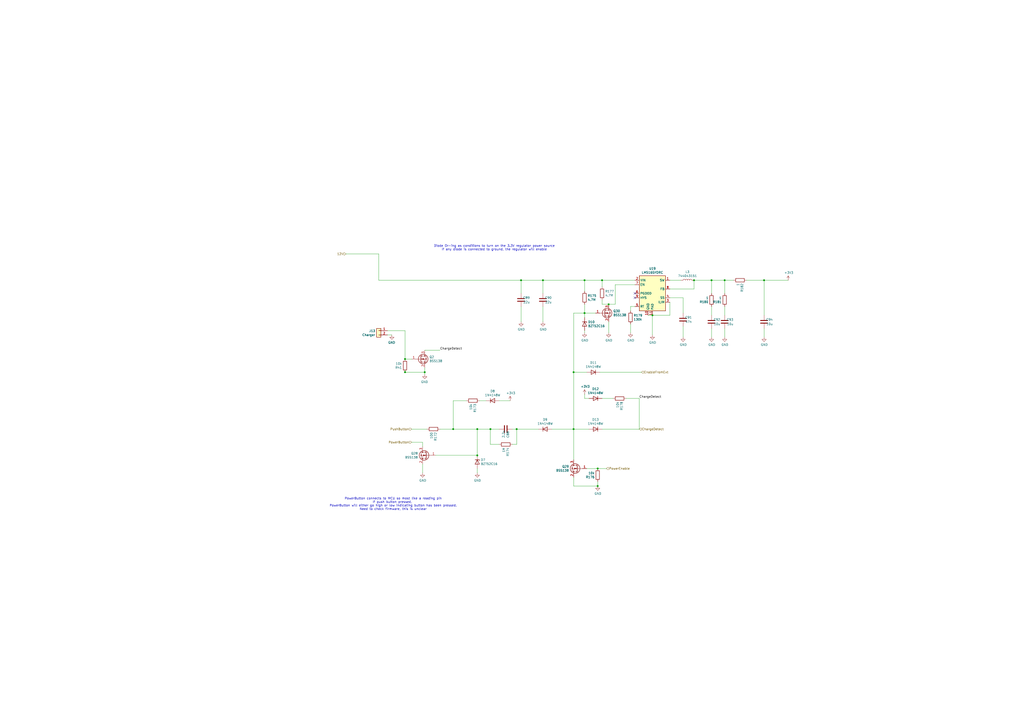
<source format=kicad_sch>
(kicad_sch (version 20250114) (generator "eeschema") (generator_version "9.0")
  (paper "A2")
  (lib_symbols
    (symbol "BMS-Master-rescue:C-Device-BMS-Master-rescue" (pin_numbers (hide yes)) (pin_names (offset 0.254))
      (property "Reference" "C" (at 0.635 2.54 0))
      (property "Value" "C-Device-BMS-Master-rescue" (at 0.635 -2.54 0))
      (symbol "C-Device-BMS-Master-rescue_0_1"
        (polyline (pts (xy -2.032 0.762) (xy 2.032 0.762)) (stroke (width 0.508)))
        (polyline (pts (xy -2.032 -0.762) (xy 2.032 -0.762)) (stroke (width 0.508)))
      )
      (symbol "C-Device-BMS-Master-rescue_1_1"
        (pin passive line (at 0 3.81 270) (length 2.794) (name "~") (number "1"))
        (pin passive line (at 0 -3.81 90) (length 2.794) (name "~") (number "2"))
      )
    )
    (symbol "BMS-Master-rescue:Conn_01x02-Connector_Generic-BMS-Master-rescue" (pin_names (offset 1.016) (hide yes))
      (property "Reference" "J" (at 0 2.54 0))
      (property "Value" "Conn_01x02-Connector_Generic-BMS-Master-rescue" (at 0 -5.08 0))
      (symbol "Conn_01x02-Connector_Generic-BMS-Master-rescue_1_1"
        (rectangle (start -1.27 1.27) (end 1.27 -3.81) (stroke (width 0.254)) (fill (type background)))
        (rectangle (start -1.27 0.127) (end 0 -0.127) (stroke (width 0.1524)))
        (rectangle (start -1.27 -2.413) (end 0 -2.667) (stroke (width 0.1524)))
        (pin passive line (at -5.08 0 0) (length 3.81) (name "Pin_1") (number "1"))
        (pin passive line (at -5.08 -2.54 0) (length 3.81) (name "Pin_2") (number "2"))
      )
    )
    (symbol "BMS-Master-rescue:GND-power-BMS-Master-rescue" (power) (pin_names (offset 0))
      (property "Value" "GND-power-BMS-Master-rescue" (at 0 -3.81 0))
      (symbol "GND-power-BMS-Master-rescue_0_1"
        (polyline (pts (xy 0 0) (xy 0 -1.27) (xy 1.27 -1.27) (xy 0 -2.54) (xy -1.27 -1.27) (xy 0 -1.27)))
      )
      (symbol "GND-power-BMS-Master-rescue_1_1"
        (pin power_in line (at 0 0 270) (length 0) (hide yes) (name "GND") (number "1"))
      )
    )
    (symbol "BMS-Master-rescue:R-Device-BMS-Master-rescue" (pin_numbers (hide yes)) (pin_names (offset 0))
      (property "Reference" "R" (at 2.032 0 90))
      (property "Value" "R-Device-BMS-Master-rescue" (at 0 0 90))
      (symbol "R-Device-BMS-Master-rescue_0_1"
        (rectangle (start -1.016 -2.54) (end 1.016 2.54) (stroke (width 0.254)))
      )
      (symbol "R-Device-BMS-Master-rescue_1_1"
        (pin passive line (at 0 3.81 270) (length 1.27) (name "~") (number "1"))
        (pin passive line (at 0 -3.81 90) (length 1.27) (name "~") (number "2"))
      )
    )
    (symbol "Device:L" (pin_numbers (hide yes)) (pin_names (offset 1.016) (hide yes))
      (property "Reference" "L" (at -1.27 0 90))
      (property "Value" "L" (at 1.905 0 90))
      (symbol "L_0_1"
        (arc (start 0 2.54) (mid 0.6323 1.905) (end 0 1.27))
        (arc (start 0 1.27) (mid 0.6323 0.635) (end 0 0))
        (arc (start 0 0) (mid 0.6323 -0.635) (end 0 -1.27))
        (arc (start 0 -1.27) (mid 0.6323 -1.905) (end 0 -2.54))
      )
      (symbol "L_1_1"
        (pin passive line (at 0 3.81 270) (length 1.27) (name "1") (number "1"))
        (pin passive line (at 0 -3.81 90) (length 1.27) (name "2") (number "2"))
      )
    )
    (symbol "Diode:1N4148W" (pin_numbers (hide yes)) (pin_names (hide yes))
      (property "Reference" "D" (at 0 2.54 0))
      (property "Value" "1N4148W" (at 0 -2.54 0))
      (symbol "1N4148W_0_1"
        (polyline (pts (xy -1.27 1.27) (xy -1.27 -1.27)) (stroke (width 0.254)))
        (polyline (pts (xy 1.27 1.27) (xy 1.27 -1.27) (xy -1.27 0) (xy 1.27 1.27)) (stroke (width 0.254)))
        (polyline (pts (xy 1.27 0) (xy -1.27 0)))
      )
      (symbol "1N4148W_1_1"
        (pin passive line (at -3.81 0 0) (length 2.54) (name "K") (number "1"))
        (pin passive line (at 3.81 0 180) (length 2.54) (name "A") (number "2"))
      )
    )
    (symbol "Diode:BZT52Bxx" (pin_numbers (hide yes)) (pin_names (hide yes))
      (property "Reference" "D" (at 0 2.54 0))
      (property "Value" "BZT52Bxx" (at 0 -2.54 0))
      (symbol "BZT52Bxx_0_1"
        (polyline (pts (xy -1.27 -1.27) (xy -1.27 1.27) (xy -0.762 1.27)) (stroke (width 0.254)))
        (polyline (pts (xy 1.27 0) (xy -1.27 0)))
        (polyline (pts (xy 1.27 -1.27) (xy 1.27 1.27) (xy -1.27 0) (xy 1.27 -1.27)) (stroke (width 0.254)))
      )
      (symbol "BZT52Bxx_1_1"
        (pin passive line (at -3.81 0 0) (length 2.54) (name "K") (number "1"))
        (pin passive line (at 3.81 0 180) (length 2.54) (name "A") (number "2"))
      )
    )
    (symbol "Regulator_Switching:LM5165"
      (property "Reference" "U" (at -7.62 11.43 0))
      (property "Value" "LM5165" (at 7.62 11.43 0))
      (symbol "LM5165_0_1"
        (rectangle (start -7.62 10.16) (end 7.62 -10.16) (stroke (width 0.254)) (fill (type background)))
      )
      (symbol "LM5165_1_1"
        (pin power_in line (at -10.16 7.62 0) (length 2.54) (name "VIN") (number "2"))
        (pin input line (at -10.16 5.08 0) (length 2.54) (name "EN") (number "7"))
        (pin output line (at -10.16 0 0) (length 2.54) (name "PGOOD") (number "6"))
        (pin output line (at -10.16 -2.54 0) (length 2.54) (name "HYS") (number "9"))
        (pin input line (at -10.16 -7.62 0) (length 2.54) (name "RT") (number "5"))
        (pin power_in line (at -2.54 -12.7 90) (length 2.54) (name "GND") (number "10"))
        (pin power_in line (at 0 -12.7 90) (length 2.54) (name "PAD") (number "11"))
        (pin power_out line (at 10.16 7.62 180) (length 2.54) (name "SW") (number "1"))
        (pin input line (at 10.16 2.54 180) (length 2.54) (name "FB") (number "8"))
        (pin input line (at 10.16 -2.54 180) (length 2.54) (name "SS") (number "4"))
        (pin input line (at 10.16 -5.08 180) (length 2.54) (name "ILIM") (number "3"))
      )
    )
    (symbol "Transistor_FET:BSS138" (pin_names (offset 0) (hide yes))
      (property "Reference" "Q" (at 5.08 1.905 0))
      (property "Value" "BSS138" (at 5.08 0 0))
      (symbol "BSS138_0_1"
        (polyline (pts (xy 0.254 1.905) (xy 0.254 -1.905)) (stroke (width 0.254)))
        (polyline (pts (xy 0.254 0) (xy -2.54 0)))
        (polyline (pts (xy 0.762 2.286) (xy 0.762 1.27)) (stroke (width 0.254)))
        (polyline (pts (xy 0.762 0.508) (xy 0.762 -0.508)) (stroke (width 0.254)))
        (polyline (pts (xy 0.762 -1.27) (xy 0.762 -2.286)) (stroke (width 0.254)))
        (polyline (pts (xy 0.762 -1.778) (xy 3.302 -1.778) (xy 3.302 1.778) (xy 0.762 1.778)))
        (polyline (pts (xy 1.016 0) (xy 2.032 0.381) (xy 2.032 -0.381) (xy 1.016 0)) (fill (type outline)))
        (circle (center 1.651 0) (radius 2.794) (stroke (width 0.254)))
        (polyline (pts (xy 2.54 2.54) (xy 2.54 1.778)))
        (circle (center 2.54 1.778) (radius 0.254) (fill (type outline)))
        (circle (center 2.54 -1.778) (radius 0.254) (fill (type outline)))
        (polyline (pts (xy 2.54 -2.54) (xy 2.54 0) (xy 0.762 0)))
        (polyline (pts (xy 2.921 0.381) (xy 3.683 0.381)))
        (polyline (pts (xy 3.302 0.381) (xy 2.921 -0.254) (xy 3.683 -0.254) (xy 3.302 0.381)))
      )
      (symbol "BSS138_1_1"
        (pin input line (at -5.08 0 0) (length 2.54) (name "G") (number "1"))
        (pin passive line (at 2.54 5.08 270) (length 2.54) (name "D") (number "3"))
        (pin passive line (at 2.54 -5.08 90) (length 2.54) (name "S") (number "2"))
      )
    )
    (symbol "power:+3V3" (power) (pin_numbers (hide yes)) (pin_names (offset 0) (hide yes))
      (property "Value" "+3V3" (at 0 3.556 0))
      (symbol "+3V3_0_1"
        (polyline (pts (xy -0.762 1.27) (xy 0 2.54)))
        (polyline (pts (xy 0 2.54) (xy 0.762 1.27)))
        (polyline (pts (xy 0 0) (xy 0 2.54)))
      )
      (symbol "+3V3_1_1"
        (pin power_in line (at 0 0 90) (length 0) (name "~") (number "1"))
      )
    )
  )
  (text "Diode Or-ing as conditions to turn on the 3.3V regulator power source\nIf any diode is connected to ground, the regulator will enable" (at 286.766 143.764 0) (effects (font (size 1.27 1.27))))
  (text "PowerButton connects to MCU so most like a reading pin\nIf push button pressed, \nPowerButton will either go high or low indicating button has been pressed.\nNeed to check firmware, this is unclear" (at 228.092 292.354 0) (effects (font (size 1.27 1.27))))
  (junction (at 276.86 248.92))
  (junction (at 276.86 264.16))
  (junction (at 332.74 248.92))
  (junction (at 346.71 271.78))
  (junction (at 234.95 215.9))
  (junction (at 378.46 182.88))
  (junction (at 339.09 181.61))
  (junction (at 302.26 162.56))
  (junction (at 443.23 162.56))
  (junction (at 349.25 162.56))
  (junction (at 339.09 162.56))
  (junction (at 262.89 248.92))
  (junction (at 246.38 215.9))
  (junction (at 332.74 215.9))
  (junction (at 234.95 208.28))
  (junction (at 346.71 281.94))
  (junction (at 412.75 162.56))
  (junction (at 299.72 248.92))
  (junction (at 402.59 162.56))
  (junction (at 353.06 176.53))
  (junction (at 314.96 162.56))
  (junction (at 284.48 248.92))
  (junction (at 420.37 162.56))
  (no_connect (at 368.3 172.72))
  (no_connect (at 368.3 170.18))
  (wire (pts (xy 234.95 208.28) (xy 238.76 208.28)))
  (wire (pts (xy 349.25 176.53) (xy 353.06 176.53)))
  (wire (pts (xy 396.24 172.72) (xy 388.62 172.72)))
  (wire (pts (xy 302.26 177.8) (xy 302.26 186.69)))
  (wire (pts (xy 289.56 232.41) (xy 295.91 232.41)))
  (wire (pts (xy 365.76 177.8) (xy 368.3 177.8)))
  (wire (pts (xy 378.46 182.88) (xy 375.92 182.88)))
  (wire (pts (xy 224.79 194.31) (xy 227.33 194.31)))
  (wire (pts (xy 433.07 162.56) (xy 443.23 162.56)))
  (wire (pts (xy 339.09 191.77) (xy 339.09 193.04)))
  (wire (pts (xy 332.74 248.92) (xy 332.74 215.9)))
  (wire (pts (xy 339.09 181.61) (xy 339.09 184.15)))
  (wire (pts (xy 332.74 181.61) (xy 332.74 215.9)))
  (wire (pts (xy 246.38 213.36) (xy 246.38 215.9)))
  (wire (pts (xy 255.27 248.92) (xy 262.89 248.92)))
  (wire (pts (xy 289.56 257.81) (xy 284.48 257.81)))
  (wire (pts (xy 332.74 276.86) (xy 332.74 281.94)))
  (wire (pts (xy 412.75 170.18) (xy 412.75 162.56)))
  (wire (pts (xy 245.11 256.54) (xy 245.11 259.08)))
  (wire (pts (xy 443.23 162.56) (xy 457.2 162.56)))
  (wire (pts (xy 262.89 248.92) (xy 276.86 248.92)))
  (wire (pts (xy 402.59 162.56) (xy 412.75 162.56)))
  (wire (pts (xy 332.74 215.9) (xy 340.36 215.9)))
  (wire (pts (xy 234.95 215.9) (xy 246.38 215.9)))
  (wire (pts (xy 339.09 181.61) (xy 339.09 176.53)))
  (wire (pts (xy 224.79 191.77) (xy 234.95 191.77)))
  (wire (pts (xy 420.37 177.8) (xy 420.37 182.88)))
  (wire (pts (xy 252.73 264.16) (xy 276.86 264.16)))
  (wire (pts (xy 443.23 190.5) (xy 443.23 195.58)))
  (wire (pts (xy 378.46 182.88) (xy 378.46 194.31)))
  (wire (pts (xy 420.37 162.56) (xy 425.45 162.56)))
  (wire (pts (xy 314.96 162.56) (xy 339.09 162.56)))
  (wire (pts (xy 262.89 232.41) (xy 262.89 248.92)))
  (wire (pts (xy 284.48 257.81) (xy 284.48 248.92)))
  (wire (pts (xy 347.98 215.9) (xy 372.11 215.9)))
  (wire (pts (xy 245.11 269.24) (xy 245.11 274.32)))
  (wire (pts (xy 339.09 162.56) (xy 349.25 162.56)))
  (wire (pts (xy 219.71 162.56) (xy 302.26 162.56)))
  (wire (pts (xy 200.66 147.32) (xy 219.71 147.32)))
  (wire (pts (xy 246.38 203.2) (xy 255.27 203.2)))
  (wire (pts (xy 276.86 271.78) (xy 276.86 274.32)))
  (wire (pts (xy 388.62 162.56) (xy 394.97 162.56)))
  (wire (pts (xy 402.59 167.64) (xy 402.59 162.56)))
  (wire (pts (xy 238.76 248.92) (xy 247.65 248.92)))
  (wire (pts (xy 396.24 189.23) (xy 396.24 195.58)))
  (wire (pts (xy 341.63 248.92) (xy 332.74 248.92)))
  (wire (pts (xy 234.95 214.63) (xy 234.95 215.9)))
  (wire (pts (xy 353.06 176.53) (xy 356.87 176.53)))
  (wire (pts (xy 412.75 162.56) (xy 420.37 162.56)))
  (wire (pts (xy 349.25 166.37) (xy 349.25 162.56)))
  (wire (pts (xy 370.84 231.14) (xy 363.22 231.14)))
  (wire (pts (xy 332.74 281.94) (xy 346.71 281.94)))
  (wire (pts (xy 388.62 167.64) (xy 402.59 167.64)))
  (wire (pts (xy 353.06 186.69) (xy 353.06 193.04)))
  (wire (pts (xy 349.25 162.56) (xy 368.3 162.56)))
  (wire (pts (xy 278.13 232.41) (xy 281.94 232.41)))
  (wire (pts (xy 284.48 248.92) (xy 289.56 248.92)))
  (wire (pts (xy 339.09 181.61) (xy 332.74 181.61)))
  (wire (pts (xy 276.86 264.16) (xy 276.86 248.92)))
  (wire (pts (xy 340.36 271.78) (xy 346.71 271.78)))
  (wire (pts (xy 349.25 173.99) (xy 349.25 176.53)))
  (wire (pts (xy 365.76 187.96) (xy 365.76 193.04)))
  (wire (pts (xy 388.62 175.26) (xy 388.62 182.88)))
  (wire (pts (xy 299.72 248.92) (xy 297.18 248.92)))
  (wire (pts (xy 420.37 162.56) (xy 420.37 170.18)))
  (wire (pts (xy 314.96 177.8) (xy 314.96 186.69)))
  (wire (pts (xy 346.71 271.78) (xy 351.79 271.78)))
  (wire (pts (xy 349.25 231.14) (xy 355.6 231.14)))
  (wire (pts (xy 219.71 147.32) (xy 219.71 162.56)))
  (wire (pts (xy 299.72 257.81) (xy 299.72 248.92)))
  (wire (pts (xy 234.95 191.77) (xy 234.95 208.28)))
  (wire (pts (xy 339.09 168.91) (xy 339.09 162.56)))
  (wire (pts (xy 339.09 228.6) (xy 339.09 231.14)))
  (wire (pts (xy 443.23 162.56) (xy 443.23 182.88)))
  (wire (pts (xy 356.87 176.53) (xy 356.87 165.1)))
  (wire (pts (xy 365.76 180.34) (xy 365.76 177.8)))
  (wire (pts (xy 302.26 170.18) (xy 302.26 162.56)))
  (wire (pts (xy 238.76 256.54) (xy 245.11 256.54)))
  (wire (pts (xy 302.26 162.56) (xy 314.96 162.56)))
  (wire (pts (xy 356.87 165.1) (xy 368.3 165.1)))
  (wire (pts (xy 320.04 248.92) (xy 332.74 248.92)))
  (wire (pts (xy 246.38 215.9) (xy 246.38 217.17)))
  (wire (pts (xy 346.71 279.4) (xy 346.71 281.94)))
  (wire (pts (xy 297.18 257.81) (xy 299.72 257.81)))
  (wire (pts (xy 299.72 248.92) (xy 312.42 248.92)))
  (wire (pts (xy 332.74 266.7) (xy 332.74 248.92)))
  (wire (pts (xy 314.96 170.18) (xy 314.96 162.56)))
  (wire (pts (xy 396.24 172.72) (xy 396.24 181.61)))
  (wire (pts (xy 388.62 182.88) (xy 378.46 182.88)))
  (wire (pts (xy 262.89 232.41) (xy 270.51 232.41)))
  (wire (pts (xy 420.37 190.5) (xy 420.37 195.58)))
  (wire (pts (xy 349.25 248.92) (xy 370.84 248.92)))
  (wire (pts (xy 412.75 182.88) (xy 412.75 177.8)))
  (wire (pts (xy 345.44 181.61) (xy 339.09 181.61)))
  (wire (pts (xy 276.86 248.92) (xy 284.48 248.92)))
  (wire (pts (xy 412.75 190.5) (xy 412.75 195.58)))
  (wire (pts (xy 339.09 231.14) (xy 341.63 231.14)))
  (wire (pts (xy 370.84 248.92) (xy 370.84 231.14)))
  (label "ChargeDetect" (at 370.84 231.14 0))
  (label "ChargeDetect" (at 255.27 203.2 0))
  (hierarchical_label "ChargeDetect" (shape input) (at 370.84 248.92 0))
  (hierarchical_label "PowerEnable" (shape input) (at 351.79 271.78 0))
  (hierarchical_label "PowerButton" (shape input) (at 238.76 256.54 180))
  (hierarchical_label "12V" (shape input) (at 200.66 147.32 180))
  (hierarchical_label "PushButton" (shape input) (at 238.76 248.92 180))
  (hierarchical_label "EnableFromExt" (shape input) (at 372.11 215.9 0))
  (symbol (lib_id "Diode:1N4148W") (at 344.17 215.9 180) (unit 1)
    (property "Reference" "D11" (at 344.17 210.3882 0))
    (property "Value" "1N4148W" (at 344.17 212.6996 0))
    (property "Footprint" "Diode_SMD:D_SOD-123" (effects (hide yes)))
    (property "Datasheet" "https://www.vishay.com/docs/85748/1n4148w.pdf" (effects (hide yes)))
    (property "MPN" "1N4148W-7-F" (effects (hide yes)))
  )
  (symbol (lib_id "Diode:1N4148W") (at 345.44 231.14 180) (unit 1)
    (property "Reference" "D12" (at 345.44 225.6282 0))
    (property "Value" "1N4148W" (at 345.44 227.9396 0))
    (property "Footprint" "Diode_SMD:D_SOD-123" (effects (hide yes)))
    (property "Datasheet" "https://www.vishay.com/docs/85748/1n4148w.pdf" (effects (hide yes)))
    (property "MPN" "1N4148W-7-F" (effects (hide yes)))
  )
  (symbol (lib_id "Diode:1N4148W") (at 345.44 248.92 180) (unit 1)
    (property "Reference" "D13" (at 345.44 243.4082 0))
    (property "Value" "1N4148W" (at 345.44 245.7196 0))
    (property "Footprint" "Diode_SMD:D_SOD-123" (effects (hide yes)))
    (property "Datasheet" "https://www.vishay.com/docs/85748/1n4148w.pdf" (effects (hide yes)))
    (property "MPN" "1N4148W-7-F" (effects (hide yes)))
  )
  (symbol (lib_id "Diode:1N4148W") (at 316.23 248.92 0) (unit 1)
    (property "Reference" "D9" (at 316.23 243.4082 0))
    (property "Value" "1N4148W" (at 316.23 245.7196 0))
    (property "Footprint" "Diode_SMD:D_SOD-123" (effects (hide yes)))
    (property "Datasheet" "https://www.vishay.com/docs/85748/1n4148w.pdf" (effects (hide yes)))
    (property "MPN" "1N4148W-7-F" (effects (hide yes)))
  )
  (symbol (lib_id "Diode:1N4148W") (at 285.75 232.41 0) (unit 1)
    (property "Reference" "D8" (at 285.75 226.8982 0))
    (property "Value" "1N4148W" (at 285.75 229.2096 0))
    (property "Footprint" "Diode_SMD:D_SOD-123" (effects (hide yes)))
    (property "Datasheet" "https://www.vishay.com/docs/85748/1n4148w.pdf" (effects (hide yes)))
    (property "MPN" "1N4148W-7-F" (effects (hide yes)))
  )
  (symbol (lib_id "Diode:BZT52Bxx") (at 276.86 267.97 270) (unit 1)
    (property "Reference" "D7" (at 278.8666 266.8016 90) (effects (justify left)))
    (property "Value" "BZT52C16" (at 278.8666 269.113 90) (effects (justify left)))
    (property "Footprint" "Diode_SMD:D_SOD-123" (effects (hide yes)))
    (property "Datasheet" "https://diotec.com/tl_files/diotec/files/pdf/datasheets/bzt52b2v4.pdf" (effects (hide yes)))
    (property "MPN" "BZT52C16-E3-08" (effects (hide yes)))
  )
  (symbol (lib_id "Diode:BZT52Bxx") (at 339.09 187.96 270) (unit 1)
    (property "Reference" "D10" (at 341.0966 186.7916 90) (effects (justify left)))
    (property "Value" "BZT52C16" (at 341.0966 189.103 90) (effects (justify left)))
    (property "Footprint" "Diode_SMD:D_SOD-123" (effects (hide yes)))
    (property "Datasheet" "https://diotec.com/tl_files/diotec/files/pdf/datasheets/bzt52b2v4.pdf" (effects (hide yes)))
    (property "MPN" "BZT52C16-E3-08" (effects (hide yes)))
  )
  (symbol (lib_id "Regulator_Switching:LM5165") (at 378.46 170.18 0) (unit 1)
    (property "Reference" "U19" (at 378.46 155.7782 0))
    (property "Value" "LM5165YDRC" (at 378.46 158.0896 0))
    (property "Footprint" "Package_SON:Texas_S-PVSON-N10_ThermalVias" (effects (hide yes)))
    (property "Datasheet" "http://www.ti.com/lit/ds/symlink/lm5165.pdf" (effects (hide yes)))
    (property "MPN" "LM5165YDRCT" (effects (hide yes)))
  )
  (symbol (lib_id "BMS-Master-rescue:C-Device-BMS-Master-rescue") (at 314.96 173.99 180) (unit 1)
    (property "Reference" "C90" (at 320.04 172.72 0) (effects (justify left)))
    (property "Value" "22u" (at 320.04 175.26 0) (effects (justify left)))
    (property "Footprint" "Capacitor_SMD:C_0805_2012Metric" (effects (hide yes)))
    (property "MPN" "CL21A226MOQNNNE" (effects (hide yes)))
  )
  (symbol (lib_id "BMS-Master-rescue:C-Device-BMS-Master-rescue") (at 302.26 173.99 180) (unit 1)
    (property "Reference" "C89" (at 307.34 172.72 0) (effects (justify left)))
    (property "Value" "22u" (at 307.34 175.26 0) (effects (justify left)))
    (property "Footprint" "Capacitor_SMD:C_0805_2012Metric" (effects (hide yes)))
    (property "MPN" "CL21A226MOQNNNE" (effects (hide yes)))
  )
  (symbol (lib_id "BMS-Master-rescue:GND-power-BMS-Master-rescue") (at 302.26 186.69 0) (unit 1)
    (property "Reference" "#PWR0251" (effects (hide yes)))
    (property "Value" "GND" (at 302.387 191.0842 0))
  )
  (symbol (lib_id "BMS-Master-rescue:GND-power-BMS-Master-rescue") (at 314.96 186.69 0) (unit 1)
    (property "Reference" "#PWR0252" (effects (hide yes)))
    (property "Value" "GND" (at 315.087 191.0842 0))
  )
  (symbol (lib_id "BMS-Master-rescue:R-Device-BMS-Master-rescue") (at 339.09 172.72 180) (unit 1)
    (property "Reference" "R175" (at 340.868 171.5516 0) (effects (justify right)))
    (property "Value" "4.7M" (at 340.868 173.863 0) (effects (justify right)))
    (property "Footprint" "Resistor_SMD:R_0603_1608Metric" (effects (hide yes)))
    (property "MPN" "RC0603FR-074M7L" (effects (hide yes)))
  )
  (symbol (lib_id "BMS-Master-rescue:R-Device-BMS-Master-rescue") (at 349.25 170.18 180) (unit 1)
    (property "Reference" "R177" (at 351.028 169.0116 0) (effects (justify right)))
    (property "Value" "4.7M" (at 351.028 171.323 0) (effects (justify right)))
    (property "Footprint" "Resistor_SMD:R_0603_1608Metric" (effects (hide yes)))
    (property "MPN" "RC0603FR-074M7L" (effects (hide yes)))
  )
  (symbol (lib_id "Transistor_FET:BSS138") (at 350.52 181.61 0) (unit 1)
    (property "Reference" "Q30" (at 355.7524 180.4416 0) (effects (justify left)))
    (property "Value" "BSS138" (at 355.7524 182.753 0) (effects (justify left)))
    (property "Footprint" "Package_TO_SOT_SMD:SOT-23" (effects (hide yes)))
    (property "Datasheet" "https://www.fairchildsemi.com/datasheets/BS/BSS138.pdf" (effects (hide yes)))
    (property "MPN" "BSS138" (effects (hide yes)))
  )
  (symbol (lib_id "BMS-Master-rescue:GND-power-BMS-Master-rescue") (at 353.06 193.04 0) (unit 1)
    (property "Reference" "#PWR0253" (effects (hide yes)))
    (property "Value" "GND" (at 353.187 197.4342 0))
  )
  (symbol (lib_id "BMS-Master-rescue:R-Device-BMS-Master-rescue") (at 365.76 184.15 180) (unit 1)
    (property "Reference" "R179" (at 367.538 182.9816 0) (effects (justify right)))
    (property "Value" "130k" (at 367.538 185.293 0) (effects (justify right)))
    (property "Footprint" "Resistor_SMD:R_0603_1608Metric" (effects (hide yes)))
    (property "MPN" "RC0603FR-07130KL" (effects (hide yes)))
  )
  (symbol (lib_id "BMS-Master-rescue:GND-power-BMS-Master-rescue") (at 339.09 193.04 0) (unit 1)
    (property "Reference" "#PWR0254" (effects (hide yes)))
    (property "Value" "GND" (at 339.217 197.4342 0))
  )
  (symbol (lib_id "BMS-Master-rescue:R-Device-BMS-Master-rescue") (at 359.41 231.14 90) (unit 1)
    (property "Reference" "R178" (at 360.5784 232.918 0) (effects (justify right)))
    (property "Value" "10k" (at 358.267 232.918 0) (effects (justify right)))
    (property "Footprint" "Resistor_SMD:R_0603_1608Metric" (effects (hide yes)))
    (property "MPN" "RC0603FR-0710KL" (effects (hide yes)))
  )
  (symbol (lib_id "Device:L") (at 398.78 162.56 90) (unit 1)
    (property "Reference" "L3" (at 398.78 157.734 90))
    (property "Value" "744043151" (at 398.78 160.0454 90))
    (property "Footprint" "Inductor_SMD:L_Wuerth_WE-PD2-Typ-MS" (effects (hide yes)))
    (property "MPN" "744043151" (effects (hide yes)))
  )
  (symbol (lib_id "BMS-Master-rescue:GND-power-BMS-Master-rescue") (at 365.76 193.04 0) (unit 1)
    (property "Reference" "#PWR0255" (effects (hide yes)))
    (property "Value" "GND" (at 365.887 197.4342 0))
  )
  (symbol (lib_id "Transistor_FET:BSS138") (at 335.28 271.78 0) (mirror y) (unit 1)
    (property "Reference" "Q29" (at 330.0476 270.6116 0) (effects (justify left)))
    (property "Value" "BSS138" (at 330.0476 272.923 0) (effects (justify left)))
    (property "Footprint" "Package_TO_SOT_SMD:SOT-23" (effects (hide yes)))
    (property "Datasheet" "https://www.fairchildsemi.com/datasheets/BS/BSS138.pdf" (effects (hide yes)))
    (property "MPN" "BSS138" (effects (hide yes)))
  )
  (symbol (lib_id "BMS-Master-rescue:R-Device-BMS-Master-rescue") (at 346.71 275.59 0) (unit 1)
    (property "Reference" "R176" (at 344.932 276.7584 0) (effects (justify right)))
    (property "Value" "10k" (at 344.932 274.447 0) (effects (justify right)))
    (property "Footprint" "Resistor_SMD:R_0603_1608Metric" (effects (hide yes)))
    (property "MPN" "RC0603FR-0710KL" (effects (hide yes)))
  )
  (symbol (lib_id "BMS-Master-rescue:GND-power-BMS-Master-rescue") (at 346.71 281.94 0) (unit 1)
    (property "Reference" "#PWR0256" (effects (hide yes)))
    (property "Value" "GND" (at 346.837 286.3342 0))
  )
  (symbol (lib_id "BMS-Master-rescue:R-Device-BMS-Master-rescue") (at 429.26 162.56 90) (unit 1)
    (property "Reference" "R182" (at 430.4284 164.338 0) (effects (justify right)))
    (property "Value" "1" (at 428.117 164.338 0) (effects (justify right)))
    (property "Footprint" "Resistor_SMD:R_0603_1608Metric" (effects (hide yes)))
    (property "MPN" "RC0603FR-071RL" (effects (hide yes)))
  )
  (symbol (lib_id "BMS-Master-rescue:R-Device-BMS-Master-rescue") (at 412.75 173.99 0) (unit 1)
    (property "Reference" "R180" (at 410.972 175.1584 0) (effects (justify right)))
    (property "Value" "1" (at 410.972 172.847 0) (effects (justify right)))
    (property "Footprint" "Resistor_SMD:R_0603_1608Metric" (effects (hide yes)))
    (property "MPN" "RC0603FR-071RL" (effects (hide yes)))
  )
  (symbol (lib_id "BMS-Master-rescue:R-Device-BMS-Master-rescue") (at 420.37 173.99 0) (unit 1)
    (property "Reference" "R181" (at 418.592 175.1584 0) (effects (justify right)))
    (property "Value" "1" (at 418.592 172.847 0) (effects (justify right)))
    (property "Footprint" "Resistor_SMD:R_0603_1608Metric" (effects (hide yes)))
    (property "MPN" "RC0603FR-071RL" (effects (hide yes)))
  )
  (symbol (lib_id "BMS-Master-rescue:GND-power-BMS-Master-rescue") (at 412.75 195.58 0) (unit 1)
    (property "Reference" "#PWR0257" (effects (hide yes)))
    (property "Value" "GND" (at 412.877 199.9742 0))
  )
  (symbol (lib_id "BMS-Master-rescue:GND-power-BMS-Master-rescue") (at 420.37 195.58 0) (unit 1)
    (property "Reference" "#PWR0258" (effects (hide yes)))
    (property "Value" "GND" (at 420.497 199.9742 0))
  )
  (symbol (lib_id "BMS-Master-rescue:C-Device-BMS-Master-rescue") (at 412.75 186.69 180) (unit 1)
    (property "Reference" "C92" (at 417.83 185.42 0) (effects (justify left)))
    (property "Value" "10u" (at 417.83 187.96 0) (effects (justify left)))
    (property "Footprint" "Capacitor_SMD:C_0603_1608Metric" (effects (hide yes)))
    (property "MPN" "CL10A106MQ8NNNC" (effects (hide yes)))
  )
  (symbol (lib_id "BMS-Master-rescue:C-Device-BMS-Master-rescue") (at 420.37 186.69 180) (unit 1)
    (property "Reference" "C93" (at 425.45 185.42 0) (effects (justify left)))
    (property "Value" "10u" (at 425.45 187.96 0) (effects (justify left)))
    (property "Footprint" "Capacitor_SMD:C_0603_1608Metric" (effects (hide yes)))
    (property "MPN" "CL10A106MQ8NNNC" (effects (hide yes)))
  )
  (symbol (lib_id "BMS-Master-rescue:C-Device-BMS-Master-rescue") (at 443.23 186.69 180) (unit 1)
    (property "Reference" "C94" (at 448.31 185.42 0) (effects (justify left)))
    (property "Value" "10u" (at 448.31 187.96 0) (effects (justify left)))
    (property "Footprint" "Capacitor_SMD:C_0603_1608Metric" (effects (hide yes)))
    (property "MPN" "CL10A106MQ8NNNC" (effects (hide yes)))
  )
  (symbol (lib_id "BMS-Master-rescue:GND-power-BMS-Master-rescue") (at 443.23 195.58 0) (unit 1)
    (property "Reference" "#PWR0259" (effects (hide yes)))
    (property "Value" "GND" (at 443.357 199.9742 0))
  )
  (symbol (lib_id "BMS-Master-rescue:GND-power-BMS-Master-rescue") (at 378.46 194.31 0) (unit 1)
    (property "Reference" "#PWR0260" (effects (hide yes)))
    (property "Value" "GND" (at 378.587 198.7042 0))
  )
  (symbol (lib_id "BMS-Master-rescue:C-Device-BMS-Master-rescue") (at 396.24 185.42 180) (unit 1)
    (property "Reference" "C91" (at 401.32 184.15 0) (effects (justify left)))
    (property "Value" "47n" (at 401.32 186.69 0) (effects (justify left)))
    (property "Footprint" "Capacitor_SMD:C_0603_1608Metric" (effects (hide yes)))
    (property "Voltage" "100V" (effects (hide yes)))
    (property "MPN" "GCM188R71H473KA55D" (effects (hide yes)))
  )
  (symbol (lib_id "BMS-Master-rescue:GND-power-BMS-Master-rescue") (at 396.24 195.58 0) (unit 1)
    (property "Reference" "#PWR0261" (effects (hide yes)))
    (property "Value" "GND" (at 396.367 199.9742 0))
  )
  (symbol (lib_id "power:+3V3") (at 457.2 162.56 0) (unit 1)
    (property "Reference" "#PWR0262" (effects (hide yes)))
    (property "Value" "+3V3" (at 457.581 158.1658 0))
  )
  (symbol (lib_id "power:+3V3") (at 339.09 228.6 0) (unit 1)
    (property "Reference" "#PWR0263" (effects (hide yes)))
    (property "Value" "+3V3" (at 339.471 224.2058 0))
  )
  (symbol (lib_id "BMS-Master-rescue:R-Device-BMS-Master-rescue") (at 293.37 257.81 90) (unit 1)
    (property "Reference" "R174" (at 294.5384 259.588 0) (effects (justify right)))
    (property "Value" "1M" (at 292.227 259.588 0) (effects (justify right)))
    (property "Footprint" "Resistor_SMD:R_0603_1608Metric" (effects (hide yes)))
    (property "MPN" "RC0603JR-071ML" (effects (hide yes)))
  )
  (symbol (lib_id "BMS-Master-rescue:C-Device-BMS-Master-rescue") (at 293.37 248.92 90) (unit 1)
    (property "Reference" "C88" (at 294.64 254 0) (effects (justify left)))
    (property "Value" "2.2u" (at 292.1 254 0) (effects (justify left)))
    (property "Footprint" "Capacitor_SMD:C_0603_1608Metric" (effects (hide yes)))
    (property "Volatge" "50V" (effects (hide yes)))
    (property "MPN" "GRM188R61A225KE34D" (effects (hide yes)))
  )
  (symbol (lib_id "Transistor_FET:BSS138") (at 247.65 264.16 0) (mirror y) (unit 1)
    (property "Reference" "Q28" (at 242.4176 262.9916 0) (effects (justify left)))
    (property "Value" "BSS138" (at 242.4176 265.303 0) (effects (justify left)))
    (property "Footprint" "Package_TO_SOT_SMD:SOT-23" (effects (hide yes)))
    (property "Datasheet" "https://www.fairchildsemi.com/datasheets/BS/BSS138.pdf" (effects (hide yes)))
    (property "MPN" "BSS138" (effects (hide yes)))
  )
  (symbol (lib_id "BMS-Master-rescue:GND-power-BMS-Master-rescue") (at 276.86 274.32 0) (unit 1)
    (property "Reference" "#PWR0264" (effects (hide yes)))
    (property "Value" "GND" (at 276.987 278.7142 0))
  )
  (symbol (lib_id "BMS-Master-rescue:GND-power-BMS-Master-rescue") (at 245.11 274.32 0) (unit 1)
    (property "Reference" "#PWR0265" (effects (hide yes)))
    (property "Value" "GND" (at 245.237 278.7142 0))
  )
  (symbol (lib_id "BMS-Master-rescue:R-Device-BMS-Master-rescue") (at 251.46 248.92 90) (unit 1)
    (property "Reference" "R172" (at 252.6284 250.698 0) (effects (justify right)))
    (property "Value" "100" (at 250.317 250.698 0) (effects (justify right)))
    (property "Footprint" "Resistor_SMD:R_0603_1608Metric" (effects (hide yes)))
    (property "MPN" "RC0603FR-07100RL" (effects (hide yes)))
  )
  (symbol (lib_id "power:+3V3") (at 295.91 232.41 0) (unit 1)
    (property "Reference" "#PWR0266" (effects (hide yes)))
    (property "Value" "+3V3" (at 296.291 228.0158 0))
  )
  (symbol (lib_id "BMS-Master-rescue:R-Device-BMS-Master-rescue") (at 274.32 232.41 90) (unit 1)
    (property "Reference" "R173" (at 275.4884 234.188 0) (effects (justify right)))
    (property "Value" "10k" (at 273.177 234.188 0) (effects (justify right)))
    (property "Footprint" "Resistor_SMD:R_0603_1608Metric" (effects (hide yes)))
    (property "MPN" "RC0603FR-0710KL" (effects (hide yes)))
  )
  (symbol (lib_id "BMS-Master-rescue:Conn_01x02-Connector_Generic-BMS-Master-rescue") (at 219.71 191.77 0) (mirror y) (unit 1)
    (property "Reference" "J13" (at 217.7034 191.9732 0) (effects (justify left)))
    (property "Value" "Charger" (at 217.7034 194.2846 0) (effects (justify left)))
    (property "Footprint" "ENNOID:Pin_1x02-XL" (effects (hide yes)))
    (property "MPN" "282834-2 " (effects (hide yes)))
  )
  (symbol (lib_id "BMS-Master-rescue:GND-power-BMS-Master-rescue") (at 227.33 194.31 0) (mirror y) (unit 1)
    (property "Reference" "#PWR0147" (effects (hide yes)))
    (property "Value" "GND" (at 227.203 198.7042 0))
  )
  (symbol (lib_id "Transistor_FET:BSS138") (at 243.84 208.28 0) (unit 1)
    (property "Reference" "Q2" (at 249.0724 207.1116 0) (effects (justify left)))
    (property "Value" "BSS138" (at 249.0724 209.423 0) (effects (justify left)))
    (property "Footprint" "Package_TO_SOT_SMD:SOT-23" (effects (hide yes)))
    (property "Datasheet" "https://www.fairchildsemi.com/datasheets/BS/BSS138.pdf" (effects (hide yes)))
    (property "MPN" "BSS138" (effects (hide yes)))
  )
  (symbol (lib_id "BMS-Master-rescue:GND-power-BMS-Master-rescue") (at 246.38 217.17 0) (mirror y) (unit 1)
    (property "Reference" "#PWR0148" (effects (hide yes)))
    (property "Value" "GND" (at 246.253 221.5642 0))
  )
  (symbol (lib_id "BMS-Master-rescue:R-Device-BMS-Master-rescue") (at 234.95 212.09 0) (unit 1)
    (property "Reference" "R41" (at 233.172 213.2584 0) (effects (justify right)))
    (property "Value" "10k" (at 233.172 210.947 0) (effects (justify right)))
    (property "Footprint" "Resistor_SMD:R_0603_1608Metric" (effects (hide yes)))
    (property "MPN" "RC0603FR-0710KL" (effects (hide yes)))
  )
)
</source>
